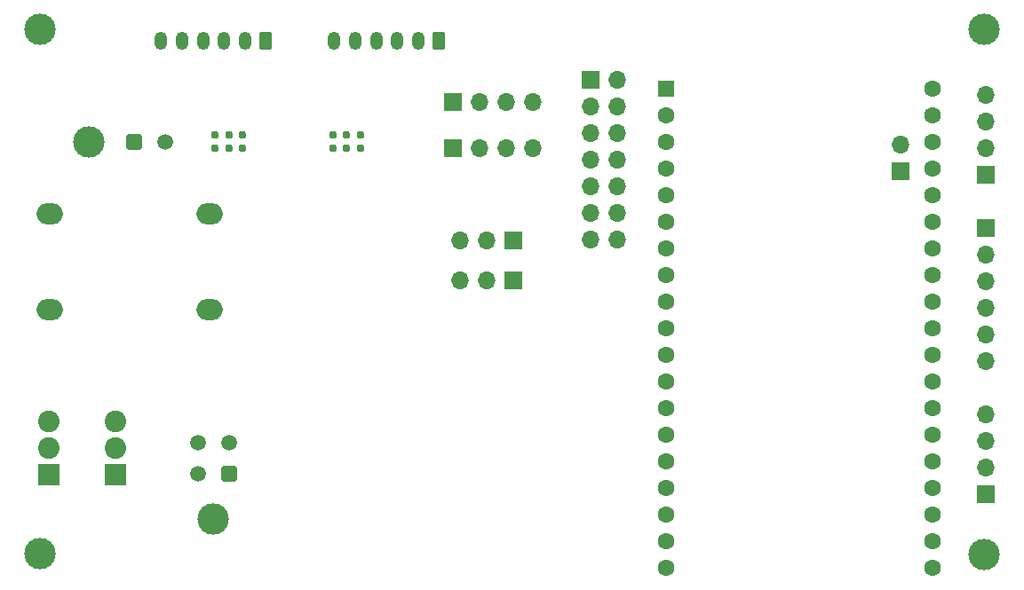
<source format=gbr>
%TF.GenerationSoftware,KiCad,Pcbnew,6.0.1-79c1e3a40b~116~ubuntu20.04.1*%
%TF.CreationDate,2022-01-24T14:31:55+01:00*%
%TF.ProjectId,pippino_board,70697070-696e-46f5-9f62-6f6172642e6b,rev?*%
%TF.SameCoordinates,Original*%
%TF.FileFunction,Soldermask,Bot*%
%TF.FilePolarity,Negative*%
%FSLAX46Y46*%
G04 Gerber Fmt 4.6, Leading zero omitted, Abs format (unit mm)*
G04 Created by KiCad (PCBNEW 6.0.1-79c1e3a40b~116~ubuntu20.04.1) date 2022-01-24 14:31:55*
%MOMM*%
%LPD*%
G01*
G04 APERTURE LIST*
G04 Aperture macros list*
%AMRoundRect*
0 Rectangle with rounded corners*
0 $1 Rounding radius*
0 $2 $3 $4 $5 $6 $7 $8 $9 X,Y pos of 4 corners*
0 Add a 4 corners polygon primitive as box body*
4,1,4,$2,$3,$4,$5,$6,$7,$8,$9,$2,$3,0*
0 Add four circle primitives for the rounded corners*
1,1,$1+$1,$2,$3*
1,1,$1+$1,$4,$5*
1,1,$1+$1,$6,$7*
1,1,$1+$1,$8,$9*
0 Add four rect primitives between the rounded corners*
20,1,$1+$1,$2,$3,$4,$5,0*
20,1,$1+$1,$4,$5,$6,$7,0*
20,1,$1+$1,$6,$7,$8,$9,0*
20,1,$1+$1,$8,$9,$2,$3,0*%
G04 Aperture macros list end*
%ADD10R,1.700000X1.700000*%
%ADD11O,1.700000X1.700000*%
%ADD12R,2.055000X2.055000*%
%ADD13C,2.055000*%
%ADD14C,1.500000*%
%ADD15RoundRect,0.250001X0.499999X-0.499999X0.499999X0.499999X-0.499999X0.499999X-0.499999X-0.499999X0*%
%ADD16C,3.000000*%
%ADD17RoundRect,0.250001X0.499999X0.499999X-0.499999X0.499999X-0.499999X-0.499999X0.499999X-0.499999X0*%
%ADD18O,2.500000X2.000000*%
%ADD19RoundRect,0.250000X0.350000X0.625000X-0.350000X0.625000X-0.350000X-0.625000X0.350000X-0.625000X0*%
%ADD20O,1.200000X1.750000*%
%ADD21C,0.770000*%
%ADD22R,1.600000X1.600000*%
%ADD23C,1.600000*%
G04 APERTURE END LIST*
D10*
X242000000Y-48500000D03*
D11*
X242000000Y-45960000D03*
D12*
X167170000Y-77465000D03*
D13*
X167170000Y-74930000D03*
X167170000Y-72395000D03*
D14*
X171955000Y-45720000D03*
D15*
X168955000Y-45720000D03*
D16*
X164635000Y-45720000D03*
X250000000Y-85090000D03*
X176530000Y-81745000D03*
D17*
X178030000Y-77425000D03*
D14*
X175030000Y-77425000D03*
X178030000Y-74425000D03*
X175030000Y-74425000D03*
D10*
X250190000Y-48895000D03*
D11*
X250190000Y-46355000D03*
X250190000Y-43815000D03*
X250190000Y-41275000D03*
D10*
X199390000Y-46355000D03*
D11*
X201930000Y-46355000D03*
X204470000Y-46355000D03*
X207010000Y-46355000D03*
D10*
X212500000Y-39800000D03*
D11*
X215040000Y-39800000D03*
X212500000Y-42340000D03*
X215040000Y-42340000D03*
X212500000Y-44880000D03*
X215040000Y-44880000D03*
X212500000Y-47420000D03*
X215040000Y-47420000D03*
X212500000Y-49960000D03*
X215040000Y-49960000D03*
X212500000Y-52500000D03*
X215040000Y-52500000D03*
X212500000Y-55040000D03*
X215040000Y-55040000D03*
D10*
X199390000Y-41910000D03*
D11*
X201930000Y-41910000D03*
X204470000Y-41910000D03*
X207010000Y-41910000D03*
D16*
X160000000Y-35000000D03*
D18*
X160880000Y-52580000D03*
X160880000Y-61720000D03*
X176120000Y-52580000D03*
X176120000Y-61720000D03*
D16*
X160000000Y-85000000D03*
D10*
X250190000Y-79365000D03*
D11*
X250190000Y-76825000D03*
X250190000Y-74285000D03*
X250190000Y-71745000D03*
D19*
X198040000Y-36110000D03*
D20*
X196040000Y-36110000D03*
X194040000Y-36110000D03*
X192040000Y-36110000D03*
X190040000Y-36110000D03*
X188040000Y-36110000D03*
D19*
X181530000Y-36110000D03*
D20*
X179530000Y-36110000D03*
X177530000Y-36110000D03*
X175530000Y-36110000D03*
X173530000Y-36110000D03*
X171530000Y-36110000D03*
D10*
X205090000Y-58928000D03*
D11*
X202550000Y-58928000D03*
X200010000Y-58928000D03*
D12*
X160820000Y-77465000D03*
D13*
X160820000Y-74930000D03*
X160820000Y-72395000D03*
D21*
X190530000Y-45070000D03*
X187930000Y-46370000D03*
X189230000Y-46370000D03*
X187930000Y-45070000D03*
X190530000Y-46370000D03*
X189230000Y-45070000D03*
D16*
X250000000Y-35000000D03*
D22*
X219710000Y-40640000D03*
D23*
X219710000Y-43180000D03*
X219710000Y-45720000D03*
X219710000Y-48260000D03*
X219710000Y-50800000D03*
X219710000Y-53340000D03*
X219710000Y-55880000D03*
X219710000Y-58420000D03*
X219710000Y-60960000D03*
X219710000Y-63500000D03*
X219710000Y-66040000D03*
X219710000Y-68580000D03*
X219710000Y-71120000D03*
X219710000Y-73660000D03*
X219710000Y-76200000D03*
X219710000Y-78740000D03*
X219710000Y-81280000D03*
X219710000Y-83820000D03*
X219710000Y-86360000D03*
X245110000Y-86360000D03*
X245110000Y-83820000D03*
X245110000Y-81280000D03*
X245110000Y-78740000D03*
X245110000Y-76200000D03*
X245110000Y-73660000D03*
X245110000Y-71120000D03*
X245110000Y-68580000D03*
X245110000Y-66040000D03*
X245110000Y-63500000D03*
X245110000Y-60960000D03*
X245110000Y-58420000D03*
X245110000Y-55880000D03*
X245110000Y-53340000D03*
X245110000Y-50800000D03*
X245110000Y-48260000D03*
X245110000Y-45720000D03*
X245110000Y-43180000D03*
X245110000Y-40640000D03*
D21*
X179290000Y-46370000D03*
X176690000Y-45070000D03*
X177990000Y-46370000D03*
X179290000Y-45070000D03*
X177990000Y-45070000D03*
X176690000Y-46370000D03*
D11*
X200025000Y-55118000D03*
X202565000Y-55118000D03*
D10*
X205105000Y-55118000D03*
X250190000Y-53975000D03*
D11*
X250190000Y-56515000D03*
X250190000Y-59055000D03*
X250190000Y-61595000D03*
X250190000Y-64135000D03*
X250190000Y-66675000D03*
M02*

</source>
